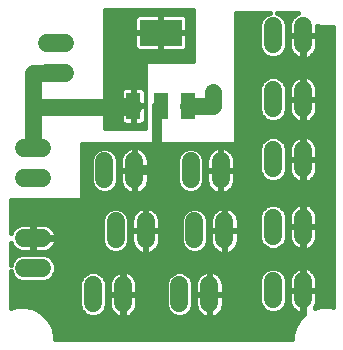
<source format=gtl>
G75*
%MOIN*%
%OFA0B0*%
%FSLAX24Y24*%
%IPPOS*%
%LPD*%
%AMOC8*
5,1,8,0,0,1.08239X$1,22.5*
%
%ADD10C,0.0600*%
%ADD11R,0.0480X0.0880*%
%ADD12R,0.1417X0.0866*%
%ADD13C,0.0060*%
%ADD14C,0.0560*%
%ADD15C,0.0100*%
%ADD16C,0.0160*%
%ADD17C,0.0320*%
%ADD18R,0.0396X0.0396*%
D10*
X001175Y003475D02*
X001775Y003475D01*
X001775Y004475D02*
X001175Y004475D01*
X001175Y006475D02*
X001775Y006475D01*
X001775Y007475D02*
X001175Y007475D01*
X001925Y009975D02*
X002525Y009975D01*
X002525Y010975D02*
X001925Y010975D01*
X003850Y007025D02*
X003850Y006425D01*
X004850Y006425D02*
X004850Y007025D01*
X006725Y007025D02*
X006725Y006425D01*
X007725Y006425D02*
X007725Y007025D01*
X009475Y006800D02*
X009475Y007400D01*
X010475Y007400D02*
X010475Y006800D01*
X010475Y005150D02*
X010475Y004550D01*
X009475Y004550D02*
X009475Y005150D01*
X007850Y005025D02*
X007850Y004425D01*
X006850Y004425D02*
X006850Y005025D01*
X005225Y005025D02*
X005225Y004425D01*
X004225Y004425D02*
X004225Y005025D01*
X004475Y002900D02*
X004475Y002300D01*
X003475Y002300D02*
X003475Y002900D01*
X006350Y002900D02*
X006350Y002300D01*
X007350Y002300D02*
X007350Y002900D01*
X009475Y003025D02*
X009475Y002425D01*
X010475Y002425D02*
X010475Y003025D01*
X010475Y008800D02*
X010475Y009400D01*
X009475Y009400D02*
X009475Y008800D01*
X009475Y010925D02*
X009475Y011525D01*
X010475Y011525D02*
X010475Y010925D01*
D11*
X006635Y008880D03*
X005725Y008880D03*
X004815Y008880D03*
D12*
X005725Y011320D03*
D13*
X004675Y009050D02*
X004815Y008880D01*
D14*
X004350Y008880D01*
X004350Y008850D01*
X004815Y008850D01*
X004350Y008850D02*
X001475Y008850D01*
X001475Y009975D01*
X002225Y009975D01*
X001475Y008850D02*
X001475Y007475D01*
X006635Y008880D02*
X007475Y008880D01*
X007475Y009350D01*
D15*
X006850Y010350D02*
X005225Y010350D01*
X005225Y008100D01*
X003850Y008100D01*
X003850Y012100D01*
X006850Y012100D01*
X006850Y010350D01*
X006850Y010443D02*
X003850Y010443D01*
X003850Y010541D02*
X006850Y010541D01*
X006850Y010640D02*
X003850Y010640D01*
X003850Y010738D02*
X004993Y010738D01*
X004997Y010737D02*
X005675Y010737D01*
X005675Y011270D01*
X005775Y011270D01*
X005775Y010737D01*
X006453Y010737D01*
X006492Y010747D01*
X006526Y010767D01*
X006554Y010795D01*
X006573Y010829D01*
X006584Y010867D01*
X006584Y011270D01*
X005775Y011270D01*
X005775Y011370D01*
X006584Y011370D01*
X006584Y011773D01*
X006573Y011811D01*
X006554Y011845D01*
X006526Y011873D01*
X006492Y011893D01*
X006453Y011903D01*
X005775Y011903D01*
X005775Y011370D01*
X005675Y011370D01*
X005675Y011270D01*
X004866Y011270D01*
X004866Y010867D01*
X004877Y010829D01*
X004896Y010795D01*
X004924Y010767D01*
X004958Y010747D01*
X004997Y010737D01*
X004875Y010837D02*
X003850Y010837D01*
X003850Y010935D02*
X004866Y010935D01*
X004866Y011034D02*
X003850Y011034D01*
X003850Y011132D02*
X004866Y011132D01*
X004866Y011231D02*
X003850Y011231D01*
X003850Y011329D02*
X005675Y011329D01*
X005675Y011370D02*
X004866Y011370D01*
X004866Y011773D01*
X004877Y011811D01*
X004896Y011845D01*
X004924Y011873D01*
X004958Y011893D01*
X004997Y011903D01*
X005675Y011903D01*
X005675Y011370D01*
X005675Y011428D02*
X005775Y011428D01*
X005775Y011526D02*
X005675Y011526D01*
X005675Y011625D02*
X005775Y011625D01*
X005775Y011723D02*
X005675Y011723D01*
X005675Y011822D02*
X005775Y011822D01*
X005775Y011329D02*
X006850Y011329D01*
X006850Y011231D02*
X006584Y011231D01*
X006584Y011132D02*
X006850Y011132D01*
X006850Y011034D02*
X006584Y011034D01*
X006584Y010935D02*
X006850Y010935D01*
X006850Y010837D02*
X006575Y010837D01*
X006457Y010738D02*
X006850Y010738D01*
X006850Y011428D02*
X006584Y011428D01*
X006584Y011526D02*
X006850Y011526D01*
X006850Y011625D02*
X006584Y011625D01*
X006584Y011723D02*
X006850Y011723D01*
X006850Y011822D02*
X006567Y011822D01*
X006850Y011920D02*
X003850Y011920D01*
X003850Y011822D02*
X004883Y011822D01*
X004866Y011723D02*
X003850Y011723D01*
X003850Y011625D02*
X004866Y011625D01*
X004866Y011526D02*
X003850Y011526D01*
X003850Y011428D02*
X004866Y011428D01*
X005675Y011231D02*
X005775Y011231D01*
X005775Y011132D02*
X005675Y011132D01*
X005675Y011034D02*
X005775Y011034D01*
X005775Y010935D02*
X005675Y010935D01*
X005675Y010837D02*
X005775Y010837D01*
X005775Y010738D02*
X005675Y010738D01*
X005225Y010344D02*
X003850Y010344D01*
X003850Y010246D02*
X005225Y010246D01*
X005225Y010147D02*
X003850Y010147D01*
X003850Y010049D02*
X005225Y010049D01*
X005225Y009950D02*
X003850Y009950D01*
X003850Y009852D02*
X005225Y009852D01*
X005225Y009753D02*
X003850Y009753D01*
X003850Y009655D02*
X005225Y009655D01*
X005225Y009556D02*
X003850Y009556D01*
X003850Y009458D02*
X004513Y009458D01*
X004517Y009460D02*
X004483Y009440D01*
X004455Y009412D01*
X004435Y009378D01*
X004425Y009340D01*
X004425Y008930D01*
X004765Y008930D01*
X004765Y009470D01*
X004555Y009470D01*
X004517Y009460D01*
X004430Y009359D02*
X003850Y009359D01*
X003850Y009261D02*
X004425Y009261D01*
X004425Y009162D02*
X003850Y009162D01*
X003850Y009064D02*
X004425Y009064D01*
X004425Y008965D02*
X003850Y008965D01*
X003850Y008867D02*
X004765Y008867D01*
X004765Y008830D02*
X004425Y008830D01*
X004425Y008420D01*
X004435Y008382D01*
X004455Y008348D01*
X004483Y008320D01*
X004517Y008300D01*
X004555Y008290D01*
X004765Y008290D01*
X004765Y008830D01*
X004865Y008830D01*
X004865Y008930D01*
X005205Y008930D01*
X005205Y009340D01*
X005195Y009378D01*
X005175Y009412D01*
X005147Y009440D01*
X005113Y009460D01*
X005075Y009470D01*
X004865Y009470D01*
X004865Y008930D01*
X004765Y008930D01*
X004765Y008830D01*
X004765Y008768D02*
X004865Y008768D01*
X004865Y008830D02*
X004865Y008290D01*
X005075Y008290D01*
X005113Y008300D01*
X005147Y008320D01*
X005175Y008348D01*
X005195Y008382D01*
X005205Y008420D01*
X005205Y008830D01*
X004865Y008830D01*
X004865Y008867D02*
X005225Y008867D01*
X005225Y008965D02*
X005205Y008965D01*
X005205Y009064D02*
X005225Y009064D01*
X005225Y009162D02*
X005205Y009162D01*
X005205Y009261D02*
X005225Y009261D01*
X005225Y009359D02*
X005200Y009359D01*
X005225Y009458D02*
X005117Y009458D01*
X004865Y009458D02*
X004765Y009458D01*
X004765Y009359D02*
X004865Y009359D01*
X004865Y009261D02*
X004765Y009261D01*
X004765Y009162D02*
X004865Y009162D01*
X004865Y009064D02*
X004765Y009064D01*
X004765Y008965D02*
X004865Y008965D01*
X004865Y008670D02*
X004765Y008670D01*
X004765Y008571D02*
X004865Y008571D01*
X004865Y008473D02*
X004765Y008473D01*
X004765Y008374D02*
X004865Y008374D01*
X005190Y008374D02*
X005225Y008374D01*
X005225Y008276D02*
X003850Y008276D01*
X003850Y008374D02*
X004440Y008374D01*
X004425Y008473D02*
X003850Y008473D01*
X003850Y008571D02*
X004425Y008571D01*
X004425Y008670D02*
X003850Y008670D01*
X003850Y008768D02*
X004425Y008768D01*
X003850Y008177D02*
X005225Y008177D01*
X005205Y008473D02*
X005225Y008473D01*
X005225Y008571D02*
X005205Y008571D01*
X005205Y008670D02*
X005225Y008670D01*
X005225Y008768D02*
X005205Y008768D01*
X003850Y012019D02*
X006850Y012019D01*
D16*
X001527Y002130D02*
X001778Y001984D01*
X001984Y001778D01*
X002130Y001527D01*
X002205Y001245D01*
X002205Y001100D01*
X010120Y001100D01*
X010120Y001245D01*
X010195Y001527D01*
X010341Y001778D01*
X010507Y001945D01*
X010495Y001945D01*
X010495Y002705D01*
X010495Y002745D01*
X010455Y002745D01*
X010455Y003505D01*
X010437Y003505D01*
X010363Y003493D01*
X010291Y003470D01*
X010223Y003436D01*
X010162Y003391D01*
X010109Y003338D01*
X010064Y003277D01*
X010030Y003209D01*
X010007Y003137D01*
X009995Y003063D01*
X009995Y002745D01*
X010455Y002745D01*
X010455Y002705D01*
X010495Y002705D01*
X010955Y002705D01*
X010955Y002387D01*
X010943Y002313D01*
X010920Y002241D01*
X010886Y002173D01*
X010867Y002148D01*
X011080Y002205D01*
X011370Y002205D01*
X011475Y002177D01*
X011475Y011523D01*
X011370Y011495D01*
X011080Y011495D01*
X010955Y011528D01*
X010955Y011245D01*
X010495Y011245D01*
X010495Y011205D01*
X010955Y011205D01*
X010955Y010887D01*
X010943Y010813D01*
X010920Y010741D01*
X010886Y010673D01*
X010841Y010612D01*
X010788Y010559D01*
X010727Y010514D01*
X010659Y010480D01*
X010587Y010457D01*
X010513Y010445D01*
X010495Y010445D01*
X010495Y011205D01*
X010455Y011205D01*
X010455Y010445D01*
X010437Y010445D01*
X010363Y010457D01*
X010291Y010480D01*
X010223Y010514D01*
X010162Y010559D01*
X010109Y010612D01*
X010064Y010673D01*
X010030Y010741D01*
X010007Y010813D01*
X009995Y010887D01*
X009995Y011205D01*
X010455Y011205D01*
X010455Y011245D01*
X009995Y011245D01*
X009995Y011563D01*
X010007Y011637D01*
X010030Y011709D01*
X010064Y011777D01*
X010109Y011838D01*
X010162Y011891D01*
X010223Y011936D01*
X010291Y011970D01*
X010307Y011975D01*
X009591Y011975D01*
X009736Y011915D01*
X009865Y011786D01*
X009935Y011616D01*
X009935Y010833D01*
X009865Y010664D01*
X009736Y010535D01*
X009566Y010465D01*
X009383Y010465D01*
X009214Y010535D01*
X009085Y010664D01*
X009015Y010833D01*
X009015Y011616D01*
X009085Y011786D01*
X009214Y011915D01*
X009359Y011975D01*
X008225Y011975D01*
X008225Y007600D01*
X003100Y007600D01*
X003100Y005725D01*
X000725Y005725D01*
X000725Y004643D01*
X000730Y004659D01*
X000764Y004727D01*
X000809Y004788D01*
X000862Y004841D01*
X000923Y004886D01*
X000991Y004920D01*
X001063Y004943D01*
X001137Y004955D01*
X001455Y004955D01*
X001455Y004495D01*
X001495Y004495D01*
X001495Y004955D01*
X001813Y004955D01*
X001887Y004943D01*
X001959Y004920D01*
X002027Y004886D01*
X002088Y004841D01*
X002141Y004788D01*
X002186Y004727D01*
X002220Y004659D01*
X002243Y004587D01*
X002255Y004513D01*
X002255Y004495D01*
X001495Y004495D01*
X001495Y004455D01*
X002255Y004455D01*
X002255Y004437D01*
X002243Y004363D01*
X002220Y004291D01*
X002186Y004223D01*
X002141Y004162D01*
X002088Y004109D01*
X002027Y004064D01*
X001959Y004030D01*
X001887Y004007D01*
X001813Y003995D01*
X001495Y003995D01*
X001495Y004455D01*
X001455Y004455D01*
X001455Y003995D01*
X001137Y003995D01*
X001063Y004007D01*
X000991Y004030D01*
X000923Y004064D01*
X000862Y004109D01*
X000809Y004162D01*
X000764Y004223D01*
X000730Y004291D01*
X000725Y004307D01*
X000725Y003591D01*
X000785Y003736D01*
X000914Y003865D01*
X001083Y003935D01*
X001866Y003935D01*
X002036Y003865D01*
X002165Y003736D01*
X002235Y003566D01*
X002235Y003383D01*
X002165Y003214D01*
X002036Y003085D01*
X001866Y003015D01*
X001083Y003015D01*
X000914Y003085D01*
X000785Y003214D01*
X000725Y003359D01*
X000725Y002143D01*
X000955Y002205D01*
X001245Y002205D01*
X001527Y002130D01*
X001412Y002161D02*
X003035Y002161D01*
X003015Y002208D02*
X003085Y002039D01*
X003214Y001910D01*
X003383Y001840D01*
X003566Y001840D01*
X003736Y001910D01*
X003865Y002039D01*
X003935Y002208D01*
X003935Y002991D01*
X003865Y003161D01*
X003736Y003290D01*
X003566Y003360D01*
X003383Y003360D01*
X003214Y003290D01*
X003085Y003161D01*
X003015Y002991D01*
X003015Y002208D01*
X003015Y002319D02*
X000725Y002319D01*
X000725Y002161D02*
X000788Y002161D01*
X000725Y002478D02*
X003015Y002478D01*
X003015Y002636D02*
X000725Y002636D01*
X000725Y002795D02*
X003015Y002795D01*
X003015Y002953D02*
X000725Y002953D01*
X000725Y003112D02*
X000888Y003112D01*
X000762Y003270D02*
X000725Y003270D01*
X000725Y003746D02*
X000795Y003746D01*
X000725Y003904D02*
X001009Y003904D01*
X000927Y004063D02*
X000725Y004063D01*
X000725Y004221D02*
X000766Y004221D01*
X000749Y004697D02*
X000725Y004697D01*
X000725Y004855D02*
X000881Y004855D01*
X000725Y005014D02*
X003765Y005014D01*
X003765Y005116D02*
X003765Y004333D01*
X003835Y004164D01*
X003964Y004035D01*
X004133Y003965D01*
X004316Y003965D01*
X004486Y004035D01*
X004615Y004164D01*
X004685Y004333D01*
X004685Y005116D01*
X004615Y005286D01*
X004486Y005415D01*
X004316Y005485D01*
X004133Y005485D01*
X003964Y005415D01*
X003835Y005286D01*
X003765Y005116D01*
X003788Y005172D02*
X000725Y005172D01*
X000725Y005331D02*
X003880Y005331D01*
X003765Y004855D02*
X002069Y004855D01*
X002201Y004697D02*
X003765Y004697D01*
X003765Y004538D02*
X002251Y004538D01*
X002246Y004380D02*
X003765Y004380D01*
X003812Y004221D02*
X002184Y004221D01*
X002023Y004063D02*
X003937Y004063D01*
X004513Y004063D02*
X004909Y004063D01*
X004912Y004059D02*
X004973Y004014D01*
X005041Y003980D01*
X005113Y003957D01*
X005187Y003945D01*
X005205Y003945D01*
X005205Y004705D01*
X004745Y004705D01*
X004745Y004387D01*
X004757Y004313D01*
X004780Y004241D01*
X004814Y004173D01*
X004859Y004112D01*
X004912Y004059D01*
X004790Y004221D02*
X004638Y004221D01*
X004685Y004380D02*
X004746Y004380D01*
X004745Y004538D02*
X004685Y004538D01*
X004685Y004697D02*
X004745Y004697D01*
X004745Y004745D02*
X005205Y004745D01*
X005205Y005505D01*
X005187Y005505D01*
X005113Y005493D01*
X005041Y005470D01*
X004973Y005436D01*
X004912Y005391D01*
X004859Y005338D01*
X004814Y005277D01*
X004780Y005209D01*
X004757Y005137D01*
X004745Y005063D01*
X004745Y004745D01*
X004745Y004855D02*
X004685Y004855D01*
X004685Y005014D02*
X004745Y005014D01*
X004768Y005172D02*
X004662Y005172D01*
X004570Y005331D02*
X004854Y005331D01*
X005100Y005489D02*
X000725Y005489D01*
X000725Y005648D02*
X011475Y005648D01*
X011475Y005806D02*
X003100Y005806D01*
X003100Y005965D02*
X004714Y005965D01*
X004738Y005957D02*
X004812Y005945D01*
X004830Y005945D01*
X004830Y006705D01*
X004370Y006705D01*
X004370Y006387D01*
X004382Y006313D01*
X004405Y006241D01*
X004439Y006173D01*
X004484Y006112D01*
X004537Y006059D01*
X004598Y006014D01*
X004666Y005980D01*
X004738Y005957D01*
X004830Y005965D02*
X004870Y005965D01*
X004870Y005945D02*
X004888Y005945D01*
X004962Y005957D01*
X005034Y005980D01*
X005102Y006014D01*
X005163Y006059D01*
X005216Y006112D01*
X005261Y006173D01*
X005295Y006241D01*
X005318Y006313D01*
X005330Y006387D01*
X005330Y006705D01*
X004870Y006705D01*
X004870Y006745D01*
X004830Y006745D01*
X004830Y007505D01*
X004812Y007505D01*
X004738Y007493D01*
X004666Y007470D01*
X004598Y007436D01*
X004537Y007391D01*
X004135Y007391D01*
X004111Y007415D02*
X003941Y007485D01*
X003758Y007485D01*
X003589Y007415D01*
X003460Y007286D01*
X003390Y007116D01*
X003390Y006333D01*
X003460Y006164D01*
X003589Y006035D01*
X003758Y005965D01*
X003941Y005965D01*
X004111Y006035D01*
X004240Y006164D01*
X004310Y006333D01*
X004310Y007116D01*
X004240Y007286D01*
X004111Y007415D01*
X004262Y007233D02*
X004417Y007233D01*
X004405Y007209D02*
X004382Y007137D01*
X004370Y007063D01*
X004370Y006745D01*
X004830Y006745D01*
X004830Y006705D01*
X004870Y006705D01*
X004870Y005945D01*
X004986Y005965D02*
X007589Y005965D01*
X007613Y005957D02*
X007687Y005945D01*
X007705Y005945D01*
X007705Y006705D01*
X007245Y006705D01*
X007245Y006387D01*
X007257Y006313D01*
X007280Y006241D01*
X007314Y006173D01*
X007359Y006112D01*
X007412Y006059D01*
X007473Y006014D01*
X007541Y005980D01*
X007613Y005957D01*
X007705Y005965D02*
X007745Y005965D01*
X007745Y005945D02*
X007763Y005945D01*
X007837Y005957D01*
X007909Y005980D01*
X007977Y006014D01*
X008038Y006059D01*
X008091Y006112D01*
X008136Y006173D01*
X008170Y006241D01*
X008193Y006313D01*
X008205Y006387D01*
X008205Y006705D01*
X007745Y006705D01*
X007745Y006745D01*
X007705Y006745D01*
X007705Y007505D01*
X007687Y007505D01*
X007613Y007493D01*
X007541Y007470D01*
X007473Y007436D01*
X007412Y007391D01*
X007010Y007391D01*
X006986Y007415D02*
X006816Y007485D01*
X006633Y007485D01*
X006464Y007415D01*
X006335Y007286D01*
X006265Y007116D01*
X006265Y006333D01*
X006335Y006164D01*
X006464Y006035D01*
X006633Y005965D01*
X006816Y005965D01*
X006986Y006035D01*
X007115Y006164D01*
X007185Y006333D01*
X007185Y007116D01*
X007115Y007286D01*
X006986Y007415D01*
X007137Y007233D02*
X007292Y007233D01*
X007280Y007209D02*
X007257Y007137D01*
X007245Y007063D01*
X007245Y006745D01*
X007705Y006745D01*
X007705Y006705D01*
X007745Y006705D01*
X007745Y005945D01*
X007861Y005965D02*
X011475Y005965D01*
X011475Y006123D02*
X008099Y006123D01*
X008183Y006282D02*
X011475Y006282D01*
X011475Y006440D02*
X010794Y006440D01*
X010788Y006434D02*
X010841Y006487D01*
X010886Y006548D01*
X010920Y006616D01*
X010943Y006688D01*
X010955Y006762D01*
X010955Y007080D01*
X010495Y007080D01*
X010495Y007120D01*
X010455Y007120D01*
X010455Y007880D01*
X010437Y007880D01*
X010363Y007868D01*
X010291Y007845D01*
X010223Y007811D01*
X010162Y007766D01*
X010109Y007713D01*
X010064Y007652D01*
X010030Y007584D01*
X010007Y007512D01*
X009995Y007438D01*
X009995Y007120D01*
X010455Y007120D01*
X010455Y007080D01*
X009995Y007080D01*
X009995Y006762D01*
X010007Y006688D01*
X010030Y006616D01*
X010064Y006548D01*
X010109Y006487D01*
X010162Y006434D01*
X010223Y006389D01*
X010291Y006355D01*
X010363Y006332D01*
X010437Y006320D01*
X010455Y006320D01*
X010455Y007080D01*
X010495Y007080D01*
X010495Y006320D01*
X010513Y006320D01*
X010587Y006332D01*
X010659Y006355D01*
X010727Y006389D01*
X010788Y006434D01*
X010911Y006599D02*
X011475Y006599D01*
X011475Y006757D02*
X010954Y006757D01*
X010955Y006916D02*
X011475Y006916D01*
X011475Y007074D02*
X010955Y007074D01*
X010955Y007120D02*
X010955Y007438D01*
X010943Y007512D01*
X010920Y007584D01*
X010886Y007652D01*
X010841Y007713D01*
X010788Y007766D01*
X010727Y007811D01*
X010659Y007845D01*
X010587Y007868D01*
X010513Y007880D01*
X010495Y007880D01*
X010495Y007120D01*
X010955Y007120D01*
X010955Y007233D02*
X011475Y007233D01*
X011475Y007391D02*
X010955Y007391D01*
X010931Y007550D02*
X011475Y007550D01*
X011475Y007708D02*
X010845Y007708D01*
X010593Y007867D02*
X011475Y007867D01*
X011475Y008025D02*
X008225Y008025D01*
X008225Y007867D02*
X010357Y007867D01*
X010455Y007867D02*
X010495Y007867D01*
X010495Y007708D02*
X010455Y007708D01*
X010455Y007550D02*
X010495Y007550D01*
X010495Y007391D02*
X010455Y007391D01*
X010455Y007233D02*
X010495Y007233D01*
X010495Y007074D02*
X010455Y007074D01*
X010455Y006916D02*
X010495Y006916D01*
X010495Y006757D02*
X010455Y006757D01*
X010455Y006599D02*
X010495Y006599D01*
X010495Y006440D02*
X010455Y006440D01*
X010156Y006440D02*
X009766Y006440D01*
X009736Y006410D02*
X009865Y006539D01*
X009935Y006708D01*
X009935Y007491D01*
X009865Y007661D01*
X009736Y007790D01*
X009566Y007860D01*
X009383Y007860D01*
X009214Y007790D01*
X009085Y007661D01*
X009015Y007491D01*
X009015Y006708D01*
X009085Y006539D01*
X009214Y006410D01*
X009383Y006340D01*
X009566Y006340D01*
X009736Y006410D01*
X009889Y006599D02*
X010039Y006599D01*
X009996Y006757D02*
X009935Y006757D01*
X009935Y006916D02*
X009995Y006916D01*
X009995Y007074D02*
X009935Y007074D01*
X009935Y007233D02*
X009995Y007233D01*
X009995Y007391D02*
X009935Y007391D01*
X009911Y007550D02*
X010019Y007550D01*
X010105Y007708D02*
X009818Y007708D01*
X009566Y008340D02*
X009383Y008340D01*
X009214Y008410D01*
X009085Y008539D01*
X009015Y008708D01*
X009015Y009491D01*
X009085Y009661D01*
X009214Y009790D01*
X009383Y009860D01*
X009566Y009860D01*
X009736Y009790D01*
X009865Y009661D01*
X009935Y009491D01*
X009935Y008708D01*
X009865Y008539D01*
X009736Y008410D01*
X009566Y008340D01*
X009571Y008342D02*
X010331Y008342D01*
X010363Y008332D02*
X010291Y008355D01*
X010223Y008389D01*
X010162Y008434D01*
X010109Y008487D01*
X010064Y008548D01*
X010030Y008616D01*
X010007Y008688D01*
X009995Y008762D01*
X009995Y009080D01*
X010455Y009080D01*
X010455Y009120D01*
X010455Y009880D01*
X010437Y009880D01*
X010363Y009868D01*
X010291Y009845D01*
X010223Y009811D01*
X010162Y009766D01*
X010109Y009713D01*
X010064Y009652D01*
X010030Y009584D01*
X010007Y009512D01*
X009995Y009438D01*
X009995Y009120D01*
X010455Y009120D01*
X010495Y009120D01*
X010495Y009880D01*
X010513Y009880D01*
X010587Y009868D01*
X010659Y009845D01*
X010727Y009811D01*
X010788Y009766D01*
X010841Y009713D01*
X010886Y009652D01*
X010920Y009584D01*
X010943Y009512D01*
X010955Y009438D01*
X010955Y009120D01*
X010495Y009120D01*
X010495Y009080D01*
X010955Y009080D01*
X010955Y008762D01*
X010943Y008688D01*
X010920Y008616D01*
X010886Y008548D01*
X010841Y008487D01*
X010788Y008434D01*
X010727Y008389D01*
X010659Y008355D01*
X010587Y008332D01*
X010513Y008320D01*
X010495Y008320D01*
X010495Y009080D01*
X010455Y009080D01*
X010455Y008320D01*
X010437Y008320D01*
X010363Y008332D01*
X010455Y008342D02*
X010495Y008342D01*
X010619Y008342D02*
X011475Y008342D01*
X011475Y008184D02*
X008225Y008184D01*
X008225Y008342D02*
X009379Y008342D01*
X009124Y008501D02*
X008225Y008501D01*
X008225Y008659D02*
X009035Y008659D01*
X009015Y008818D02*
X008225Y008818D01*
X008225Y008976D02*
X009015Y008976D01*
X009015Y009135D02*
X008225Y009135D01*
X008225Y009293D02*
X009015Y009293D01*
X009015Y009452D02*
X008225Y009452D01*
X008225Y009610D02*
X009064Y009610D01*
X009193Y009769D02*
X008225Y009769D01*
X008225Y009927D02*
X011475Y009927D01*
X011475Y009769D02*
X010784Y009769D01*
X010907Y009610D02*
X011475Y009610D01*
X011475Y009452D02*
X010953Y009452D01*
X010955Y009293D02*
X011475Y009293D01*
X011475Y009135D02*
X010955Y009135D01*
X010955Y008976D02*
X011475Y008976D01*
X011475Y008818D02*
X010955Y008818D01*
X010934Y008659D02*
X011475Y008659D01*
X011475Y008501D02*
X010851Y008501D01*
X010495Y008501D02*
X010455Y008501D01*
X010455Y008659D02*
X010495Y008659D01*
X010495Y008818D02*
X010455Y008818D01*
X010455Y008976D02*
X010495Y008976D01*
X010495Y009135D02*
X010455Y009135D01*
X010455Y009293D02*
X010495Y009293D01*
X010495Y009452D02*
X010455Y009452D01*
X010455Y009610D02*
X010495Y009610D01*
X010495Y009769D02*
X010455Y009769D01*
X010166Y009769D02*
X009757Y009769D01*
X009886Y009610D02*
X010043Y009610D01*
X009997Y009452D02*
X009935Y009452D01*
X009935Y009293D02*
X009995Y009293D01*
X009995Y009135D02*
X009935Y009135D01*
X009935Y008976D02*
X009995Y008976D01*
X009995Y008818D02*
X009935Y008818D01*
X009915Y008659D02*
X010016Y008659D01*
X010099Y008501D02*
X009826Y008501D01*
X009132Y007708D02*
X008225Y007708D01*
X008038Y007391D02*
X007977Y007436D01*
X007909Y007470D01*
X007837Y007493D01*
X007763Y007505D01*
X007745Y007505D01*
X007745Y006745D01*
X008205Y006745D01*
X008205Y007063D01*
X008193Y007137D01*
X008170Y007209D01*
X008136Y007277D01*
X008091Y007338D01*
X008038Y007391D01*
X009015Y007391D01*
X009015Y007233D02*
X008158Y007233D01*
X008203Y007074D02*
X009015Y007074D01*
X009015Y006916D02*
X008205Y006916D01*
X008205Y006757D02*
X009015Y006757D01*
X009061Y006599D02*
X008205Y006599D01*
X008205Y006440D02*
X009184Y006440D01*
X009383Y005610D02*
X009214Y005540D01*
X009085Y005411D01*
X009015Y005241D01*
X009015Y004458D01*
X009085Y004289D01*
X009214Y004160D01*
X009383Y004090D01*
X009566Y004090D01*
X009736Y004160D01*
X009865Y004289D01*
X009935Y004458D01*
X009935Y005241D01*
X009865Y005411D01*
X009736Y005540D01*
X009566Y005610D01*
X009383Y005610D01*
X009163Y005489D02*
X007975Y005489D01*
X007962Y005493D02*
X007888Y005505D01*
X007870Y005505D01*
X007870Y004745D01*
X007830Y004745D01*
X007830Y005505D01*
X007812Y005505D01*
X007738Y005493D01*
X007666Y005470D01*
X007598Y005436D01*
X007537Y005391D01*
X007484Y005338D01*
X007439Y005277D01*
X007405Y005209D01*
X007382Y005137D01*
X007370Y005063D01*
X007370Y004745D01*
X007830Y004745D01*
X007830Y004705D01*
X007370Y004705D01*
X007370Y004387D01*
X007382Y004313D01*
X007405Y004241D01*
X007439Y004173D01*
X007484Y004112D01*
X007537Y004059D01*
X007598Y004014D01*
X007666Y003980D01*
X007738Y003957D01*
X007812Y003945D01*
X007830Y003945D01*
X007830Y004705D01*
X007870Y004705D01*
X007870Y004745D01*
X008330Y004745D01*
X008330Y005063D01*
X008318Y005137D01*
X008295Y005209D01*
X008261Y005277D01*
X008216Y005338D01*
X008163Y005391D01*
X008102Y005436D01*
X008034Y005470D01*
X007962Y005493D01*
X007870Y005489D02*
X007830Y005489D01*
X007725Y005489D02*
X005350Y005489D01*
X005337Y005493D02*
X005263Y005505D01*
X005245Y005505D01*
X005245Y004745D01*
X005205Y004745D01*
X005205Y004705D01*
X005245Y004705D01*
X005245Y004745D01*
X005705Y004745D01*
X005705Y005063D01*
X005693Y005137D01*
X005670Y005209D01*
X005636Y005277D01*
X005591Y005338D01*
X005538Y005391D01*
X005477Y005436D01*
X005409Y005470D01*
X005337Y005493D01*
X005245Y005489D02*
X005205Y005489D01*
X005205Y005331D02*
X005245Y005331D01*
X005245Y005172D02*
X005205Y005172D01*
X005205Y005014D02*
X005245Y005014D01*
X005245Y004855D02*
X005205Y004855D01*
X005245Y004705D02*
X005705Y004705D01*
X005705Y004387D01*
X005693Y004313D01*
X005670Y004241D01*
X005636Y004173D01*
X005591Y004112D01*
X005538Y004059D01*
X005477Y004014D01*
X005409Y003980D01*
X005337Y003957D01*
X005263Y003945D01*
X005245Y003945D01*
X005245Y004705D01*
X005245Y004697D02*
X005205Y004697D01*
X005205Y004538D02*
X005245Y004538D01*
X005245Y004380D02*
X005205Y004380D01*
X005205Y004221D02*
X005245Y004221D01*
X005245Y004063D02*
X005205Y004063D01*
X005541Y004063D02*
X006562Y004063D01*
X006589Y004035D02*
X006758Y003965D01*
X006941Y003965D01*
X007111Y004035D01*
X007240Y004164D01*
X007310Y004333D01*
X007310Y005116D01*
X007240Y005286D01*
X007111Y005415D01*
X006941Y005485D01*
X006758Y005485D01*
X006589Y005415D01*
X006460Y005286D01*
X006390Y005116D01*
X006390Y004333D01*
X006460Y004164D01*
X006589Y004035D01*
X006437Y004221D02*
X005660Y004221D01*
X005704Y004380D02*
X006390Y004380D01*
X006390Y004538D02*
X005705Y004538D01*
X005705Y004697D02*
X006390Y004697D01*
X006390Y004855D02*
X005705Y004855D01*
X005705Y005014D02*
X006390Y005014D01*
X006413Y005172D02*
X005682Y005172D01*
X005596Y005331D02*
X006505Y005331D01*
X007195Y005331D02*
X007479Y005331D01*
X007393Y005172D02*
X007287Y005172D01*
X007310Y005014D02*
X007370Y005014D01*
X007370Y004855D02*
X007310Y004855D01*
X007310Y004697D02*
X007370Y004697D01*
X007370Y004538D02*
X007310Y004538D01*
X007310Y004380D02*
X007371Y004380D01*
X007415Y004221D02*
X007263Y004221D01*
X007138Y004063D02*
X007534Y004063D01*
X007830Y004063D02*
X007870Y004063D01*
X007870Y003945D02*
X007888Y003945D01*
X007962Y003957D01*
X008034Y003980D01*
X008102Y004014D01*
X008163Y004059D01*
X008216Y004112D01*
X008261Y004173D01*
X008295Y004241D01*
X008318Y004313D01*
X008330Y004387D01*
X008330Y004705D01*
X007870Y004705D01*
X007870Y003945D01*
X007870Y004221D02*
X007830Y004221D01*
X007830Y004380D02*
X007870Y004380D01*
X007870Y004538D02*
X007830Y004538D01*
X007830Y004697D02*
X007870Y004697D01*
X007870Y004855D02*
X007830Y004855D01*
X007830Y005014D02*
X007870Y005014D01*
X007870Y005172D02*
X007830Y005172D01*
X007830Y005331D02*
X007870Y005331D01*
X008221Y005331D02*
X009052Y005331D01*
X009015Y005172D02*
X008307Y005172D01*
X008330Y005014D02*
X009015Y005014D01*
X009015Y004855D02*
X008330Y004855D01*
X008330Y004697D02*
X009015Y004697D01*
X009015Y004538D02*
X008330Y004538D01*
X008329Y004380D02*
X009048Y004380D01*
X009153Y004221D02*
X008285Y004221D01*
X008166Y004063D02*
X011475Y004063D01*
X011475Y004221D02*
X010825Y004221D01*
X010841Y004237D02*
X010886Y004298D01*
X010920Y004366D01*
X010943Y004438D01*
X010955Y004512D01*
X010955Y004830D01*
X010495Y004830D01*
X010495Y004870D01*
X010455Y004870D01*
X010455Y005630D01*
X010437Y005630D01*
X010363Y005618D01*
X010291Y005595D01*
X010223Y005561D01*
X010162Y005516D01*
X010109Y005463D01*
X010064Y005402D01*
X010030Y005334D01*
X010007Y005262D01*
X009995Y005188D01*
X009995Y004870D01*
X010455Y004870D01*
X010455Y004830D01*
X009995Y004830D01*
X009995Y004512D01*
X010007Y004438D01*
X010030Y004366D01*
X010064Y004298D01*
X010109Y004237D01*
X010162Y004184D01*
X010223Y004139D01*
X010291Y004105D01*
X010363Y004082D01*
X010437Y004070D01*
X010455Y004070D01*
X010455Y004830D01*
X010495Y004830D01*
X010495Y004070D01*
X010513Y004070D01*
X010587Y004082D01*
X010659Y004105D01*
X010727Y004139D01*
X010788Y004184D01*
X010841Y004237D01*
X010924Y004380D02*
X011475Y004380D01*
X011475Y004538D02*
X010955Y004538D01*
X010955Y004697D02*
X011475Y004697D01*
X011475Y004855D02*
X010495Y004855D01*
X010495Y004870D02*
X010955Y004870D01*
X010955Y005188D01*
X010943Y005262D01*
X010920Y005334D01*
X010886Y005402D01*
X010841Y005463D01*
X010788Y005516D01*
X010727Y005561D01*
X010659Y005595D01*
X010587Y005618D01*
X010513Y005630D01*
X010495Y005630D01*
X010495Y004870D01*
X010455Y004855D02*
X009935Y004855D01*
X009935Y004697D02*
X009995Y004697D01*
X009995Y004538D02*
X009935Y004538D01*
X009902Y004380D02*
X010026Y004380D01*
X010125Y004221D02*
X009797Y004221D01*
X010455Y004221D02*
X010495Y004221D01*
X010495Y004380D02*
X010455Y004380D01*
X010455Y004538D02*
X010495Y004538D01*
X010495Y004697D02*
X010455Y004697D01*
X010455Y005014D02*
X010495Y005014D01*
X010495Y005172D02*
X010455Y005172D01*
X010455Y005331D02*
X010495Y005331D01*
X010495Y005489D02*
X010455Y005489D01*
X010135Y005489D02*
X009787Y005489D01*
X009898Y005331D02*
X010029Y005331D01*
X009995Y005172D02*
X009935Y005172D01*
X009935Y005014D02*
X009995Y005014D01*
X010815Y005489D02*
X011475Y005489D01*
X011475Y005331D02*
X010921Y005331D01*
X010955Y005172D02*
X011475Y005172D01*
X011475Y005014D02*
X010955Y005014D01*
X011475Y003904D02*
X001941Y003904D01*
X002155Y003746D02*
X011475Y003746D01*
X011475Y003587D02*
X002227Y003587D01*
X002235Y003429D02*
X009247Y003429D01*
X009214Y003415D02*
X009085Y003286D01*
X009015Y003116D01*
X009015Y002333D01*
X009085Y002164D01*
X009214Y002035D01*
X009383Y001965D01*
X009566Y001965D01*
X009736Y002035D01*
X009865Y002164D01*
X009935Y002333D01*
X009935Y003116D01*
X009865Y003286D01*
X009736Y003415D01*
X009566Y003485D01*
X009383Y003485D01*
X009214Y003415D01*
X009079Y003270D02*
X007657Y003270D01*
X007663Y003266D02*
X007602Y003311D01*
X007534Y003345D01*
X007462Y003368D01*
X007388Y003380D01*
X007370Y003380D01*
X007370Y002620D01*
X007330Y002620D01*
X007330Y003380D01*
X007312Y003380D01*
X007238Y003368D01*
X007166Y003345D01*
X007098Y003311D01*
X007037Y003266D01*
X006984Y003213D01*
X006939Y003152D01*
X006905Y003084D01*
X006882Y003012D01*
X006870Y002938D01*
X006870Y002620D01*
X007330Y002620D01*
X007330Y002580D01*
X006870Y002580D01*
X006870Y002262D01*
X006882Y002188D01*
X006905Y002116D01*
X006939Y002048D01*
X006984Y001987D01*
X007037Y001934D01*
X007098Y001889D01*
X007166Y001855D01*
X007238Y001832D01*
X007312Y001820D01*
X007330Y001820D01*
X007330Y002580D01*
X007370Y002580D01*
X007370Y002620D01*
X007830Y002620D01*
X007830Y002938D01*
X007818Y003012D01*
X007795Y003084D01*
X007761Y003152D01*
X007716Y003213D01*
X007663Y003266D01*
X007781Y003112D02*
X009015Y003112D01*
X009015Y002953D02*
X007828Y002953D01*
X007830Y002795D02*
X009015Y002795D01*
X009015Y002636D02*
X007830Y002636D01*
X007830Y002580D02*
X007370Y002580D01*
X007370Y001820D01*
X007388Y001820D01*
X007462Y001832D01*
X007534Y001855D01*
X007602Y001889D01*
X007663Y001934D01*
X007716Y001987D01*
X007761Y002048D01*
X007795Y002116D01*
X007818Y002188D01*
X007830Y002262D01*
X007830Y002580D01*
X007830Y002478D02*
X009015Y002478D01*
X009021Y002319D02*
X007830Y002319D01*
X007809Y002161D02*
X009089Y002161D01*
X009294Y002002D02*
X007727Y002002D01*
X007498Y001844D02*
X010406Y001844D01*
X010437Y001945D02*
X010455Y001945D01*
X010455Y002705D01*
X009995Y002705D01*
X009995Y002387D01*
X010007Y002313D01*
X010030Y002241D01*
X010064Y002173D01*
X010109Y002112D01*
X010162Y002059D01*
X010223Y002014D01*
X010291Y001980D01*
X010363Y001957D01*
X010437Y001945D01*
X010455Y002002D02*
X010495Y002002D01*
X010495Y002161D02*
X010455Y002161D01*
X010455Y002319D02*
X010495Y002319D01*
X010495Y002478D02*
X010455Y002478D01*
X010455Y002636D02*
X010495Y002636D01*
X010495Y002745D02*
X010955Y002745D01*
X010955Y003063D01*
X010943Y003137D01*
X010920Y003209D01*
X010886Y003277D01*
X010841Y003338D01*
X010788Y003391D01*
X010727Y003436D01*
X010659Y003470D01*
X010587Y003493D01*
X010513Y003505D01*
X010495Y003505D01*
X010495Y002745D01*
X010495Y002795D02*
X010455Y002795D01*
X010455Y002953D02*
X010495Y002953D01*
X010495Y003112D02*
X010455Y003112D01*
X010455Y003270D02*
X010495Y003270D01*
X010495Y003429D02*
X010455Y003429D01*
X010214Y003429D02*
X009703Y003429D01*
X009871Y003270D02*
X010061Y003270D01*
X010003Y003112D02*
X009935Y003112D01*
X009935Y002953D02*
X009995Y002953D01*
X009995Y002795D02*
X009935Y002795D01*
X009935Y002636D02*
X009995Y002636D01*
X009995Y002478D02*
X009935Y002478D01*
X009929Y002319D02*
X010006Y002319D01*
X010074Y002161D02*
X009861Y002161D01*
X009656Y002002D02*
X010248Y002002D01*
X010287Y001685D02*
X002038Y001685D01*
X002130Y001527D02*
X010195Y001527D01*
X010153Y001368D02*
X002172Y001368D01*
X002205Y001210D02*
X010120Y001210D01*
X010876Y002161D02*
X010913Y002161D01*
X010944Y002319D02*
X011475Y002319D01*
X011475Y002478D02*
X010955Y002478D01*
X010955Y002636D02*
X011475Y002636D01*
X011475Y002795D02*
X010955Y002795D01*
X010955Y002953D02*
X011475Y002953D01*
X011475Y003112D02*
X010947Y003112D01*
X010889Y003270D02*
X011475Y003270D01*
X011475Y003429D02*
X010736Y003429D01*
X007745Y006123D02*
X007705Y006123D01*
X007705Y006282D02*
X007745Y006282D01*
X007745Y006440D02*
X007705Y006440D01*
X007705Y006599D02*
X007745Y006599D01*
X007745Y006757D02*
X007705Y006757D01*
X007705Y006916D02*
X007745Y006916D01*
X007745Y007074D02*
X007705Y007074D01*
X007705Y007233D02*
X007745Y007233D01*
X007745Y007391D02*
X007705Y007391D01*
X007412Y007391D02*
X007359Y007338D01*
X007314Y007277D01*
X007280Y007209D01*
X007247Y007074D02*
X007185Y007074D01*
X007185Y006916D02*
X007245Y006916D01*
X007245Y006757D02*
X007185Y006757D01*
X007185Y006599D02*
X007245Y006599D01*
X007245Y006440D02*
X007185Y006440D01*
X007163Y006282D02*
X007267Y006282D01*
X007351Y006123D02*
X007074Y006123D01*
X006376Y006123D02*
X005224Y006123D01*
X005308Y006282D02*
X006287Y006282D01*
X006265Y006440D02*
X005330Y006440D01*
X005330Y006599D02*
X006265Y006599D01*
X006265Y006757D02*
X005330Y006757D01*
X005330Y006745D02*
X005330Y007063D01*
X005318Y007137D01*
X005295Y007209D01*
X005261Y007277D01*
X005216Y007338D01*
X005163Y007391D01*
X006440Y007391D01*
X006313Y007233D02*
X005283Y007233D01*
X005328Y007074D02*
X006265Y007074D01*
X006265Y006916D02*
X005330Y006916D01*
X005330Y006745D02*
X004870Y006745D01*
X004870Y007505D01*
X004888Y007505D01*
X004962Y007493D01*
X005034Y007470D01*
X005102Y007436D01*
X005163Y007391D01*
X004870Y007391D02*
X004830Y007391D01*
X004830Y007233D02*
X004870Y007233D01*
X004870Y007074D02*
X004830Y007074D01*
X004830Y006916D02*
X004870Y006916D01*
X004870Y006757D02*
X004830Y006757D01*
X004830Y006599D02*
X004870Y006599D01*
X004870Y006440D02*
X004830Y006440D01*
X004830Y006282D02*
X004870Y006282D01*
X004870Y006123D02*
X004830Y006123D01*
X004476Y006123D02*
X004199Y006123D01*
X004288Y006282D02*
X004392Y006282D01*
X004370Y006440D02*
X004310Y006440D01*
X004310Y006599D02*
X004370Y006599D01*
X004370Y006757D02*
X004310Y006757D01*
X004310Y006916D02*
X004370Y006916D01*
X004372Y007074D02*
X004310Y007074D01*
X004405Y007209D02*
X004439Y007277D01*
X004484Y007338D01*
X004537Y007391D01*
X003565Y007391D02*
X003100Y007391D01*
X003100Y007233D02*
X003438Y007233D01*
X003390Y007074D02*
X003100Y007074D01*
X003100Y006916D02*
X003390Y006916D01*
X003390Y006757D02*
X003100Y006757D01*
X003100Y006599D02*
X003390Y006599D01*
X003390Y006440D02*
X003100Y006440D01*
X003100Y006282D02*
X003412Y006282D01*
X003501Y006123D02*
X003100Y006123D01*
X003100Y007550D02*
X009039Y007550D01*
X008225Y010086D02*
X011475Y010086D01*
X011475Y010244D02*
X008225Y010244D01*
X008225Y010403D02*
X011475Y010403D01*
X011475Y010561D02*
X010790Y010561D01*
X010909Y010720D02*
X011475Y010720D01*
X011475Y010878D02*
X010954Y010878D01*
X010955Y011037D02*
X011475Y011037D01*
X011475Y011195D02*
X010955Y011195D01*
X010955Y011354D02*
X011475Y011354D01*
X011475Y011512D02*
X011434Y011512D01*
X011016Y011512D02*
X010955Y011512D01*
X010495Y011195D02*
X010455Y011195D01*
X010455Y011037D02*
X010495Y011037D01*
X010495Y010878D02*
X010455Y010878D01*
X010455Y010720D02*
X010495Y010720D01*
X010495Y010561D02*
X010455Y010561D01*
X010160Y010561D02*
X009762Y010561D01*
X009888Y010720D02*
X010041Y010720D01*
X009996Y010878D02*
X009935Y010878D01*
X009935Y011037D02*
X009995Y011037D01*
X009995Y011195D02*
X009935Y011195D01*
X009935Y011354D02*
X009995Y011354D01*
X009995Y011512D02*
X009935Y011512D01*
X009913Y011671D02*
X010018Y011671D01*
X010103Y011829D02*
X009822Y011829D01*
X009128Y011829D02*
X008225Y011829D01*
X008225Y011671D02*
X009037Y011671D01*
X009015Y011512D02*
X008225Y011512D01*
X008225Y011354D02*
X009015Y011354D01*
X009015Y011195D02*
X008225Y011195D01*
X008225Y011037D02*
X009015Y011037D01*
X009015Y010878D02*
X008225Y010878D01*
X008225Y010720D02*
X009062Y010720D01*
X009188Y010561D02*
X008225Y010561D01*
X006441Y003360D02*
X006258Y003360D01*
X006089Y003290D01*
X005960Y003161D01*
X005890Y002991D01*
X005890Y002208D01*
X005960Y002039D01*
X006089Y001910D01*
X006258Y001840D01*
X006441Y001840D01*
X006611Y001910D01*
X006740Y002039D01*
X006810Y002208D01*
X006810Y002991D01*
X006740Y003161D01*
X006611Y003290D01*
X006441Y003360D01*
X006631Y003270D02*
X007043Y003270D01*
X006919Y003112D02*
X006760Y003112D01*
X006810Y002953D02*
X006872Y002953D01*
X006870Y002795D02*
X006810Y002795D01*
X006810Y002636D02*
X006870Y002636D01*
X006870Y002478D02*
X006810Y002478D01*
X006810Y002319D02*
X006870Y002319D01*
X006891Y002161D02*
X006790Y002161D01*
X006703Y002002D02*
X006973Y002002D01*
X007202Y001844D02*
X006450Y001844D01*
X006250Y001844D02*
X004623Y001844D01*
X004587Y001832D02*
X004659Y001855D01*
X004727Y001889D01*
X004788Y001934D01*
X004841Y001987D01*
X004886Y002048D01*
X004920Y002116D01*
X004943Y002188D01*
X004955Y002262D01*
X004955Y002580D01*
X004495Y002580D01*
X004495Y002620D01*
X004455Y002620D01*
X004455Y003380D01*
X004437Y003380D01*
X004363Y003368D01*
X004291Y003345D01*
X004223Y003311D01*
X004162Y003266D01*
X004109Y003213D01*
X004064Y003152D01*
X004030Y003084D01*
X004007Y003012D01*
X003995Y002938D01*
X003995Y002620D01*
X004455Y002620D01*
X004455Y002580D01*
X003995Y002580D01*
X003995Y002262D01*
X004007Y002188D01*
X004030Y002116D01*
X004064Y002048D01*
X004109Y001987D01*
X004162Y001934D01*
X004223Y001889D01*
X004291Y001855D01*
X004363Y001832D01*
X004437Y001820D01*
X004455Y001820D01*
X004455Y002580D01*
X004495Y002580D01*
X004495Y001820D01*
X004513Y001820D01*
X004587Y001832D01*
X004495Y001844D02*
X004455Y001844D01*
X004327Y001844D02*
X003575Y001844D01*
X003375Y001844D02*
X001919Y001844D01*
X001748Y002002D02*
X003122Y002002D01*
X003828Y002002D02*
X004098Y002002D01*
X004016Y002161D02*
X003915Y002161D01*
X003935Y002319D02*
X003995Y002319D01*
X003995Y002478D02*
X003935Y002478D01*
X003935Y002636D02*
X003995Y002636D01*
X003995Y002795D02*
X003935Y002795D01*
X003935Y002953D02*
X003997Y002953D01*
X004044Y003112D02*
X003885Y003112D01*
X003756Y003270D02*
X004168Y003270D01*
X004455Y003270D02*
X004495Y003270D01*
X004495Y003380D02*
X004495Y002620D01*
X004955Y002620D01*
X004955Y002938D01*
X004943Y003012D01*
X004920Y003084D01*
X004886Y003152D01*
X004841Y003213D01*
X004788Y003266D01*
X004727Y003311D01*
X004659Y003345D01*
X004587Y003368D01*
X004513Y003380D01*
X004495Y003380D01*
X004495Y003112D02*
X004455Y003112D01*
X004455Y002953D02*
X004495Y002953D01*
X004495Y002795D02*
X004455Y002795D01*
X004455Y002636D02*
X004495Y002636D01*
X004495Y002478D02*
X004455Y002478D01*
X004455Y002319D02*
X004495Y002319D01*
X004495Y002161D02*
X004455Y002161D01*
X004455Y002002D02*
X004495Y002002D01*
X004852Y002002D02*
X005997Y002002D01*
X005910Y002161D02*
X004934Y002161D01*
X004955Y002319D02*
X005890Y002319D01*
X005890Y002478D02*
X004955Y002478D01*
X004955Y002636D02*
X005890Y002636D01*
X005890Y002795D02*
X004955Y002795D01*
X004953Y002953D02*
X005890Y002953D01*
X005940Y003112D02*
X004906Y003112D01*
X004782Y003270D02*
X006069Y003270D01*
X007330Y003270D02*
X007370Y003270D01*
X007370Y003112D02*
X007330Y003112D01*
X007330Y002953D02*
X007370Y002953D01*
X007370Y002795D02*
X007330Y002795D01*
X007330Y002636D02*
X007370Y002636D01*
X007370Y002478D02*
X007330Y002478D01*
X007330Y002319D02*
X007370Y002319D01*
X007370Y002161D02*
X007330Y002161D01*
X007330Y002002D02*
X007370Y002002D01*
X007370Y001844D02*
X007330Y001844D01*
X003194Y003270D02*
X002188Y003270D01*
X002062Y003112D02*
X003065Y003112D01*
X001495Y004063D02*
X001455Y004063D01*
X001455Y004221D02*
X001495Y004221D01*
X001495Y004380D02*
X001455Y004380D01*
X001455Y004538D02*
X001495Y004538D01*
X001495Y004697D02*
X001455Y004697D01*
X001455Y004855D02*
X001495Y004855D01*
D17*
X004850Y006725D02*
X005725Y006725D01*
X005725Y007350D01*
X005600Y007350D01*
X005600Y008880D01*
X005725Y008880D01*
D18*
X007475Y009350D03*
M02*

</source>
